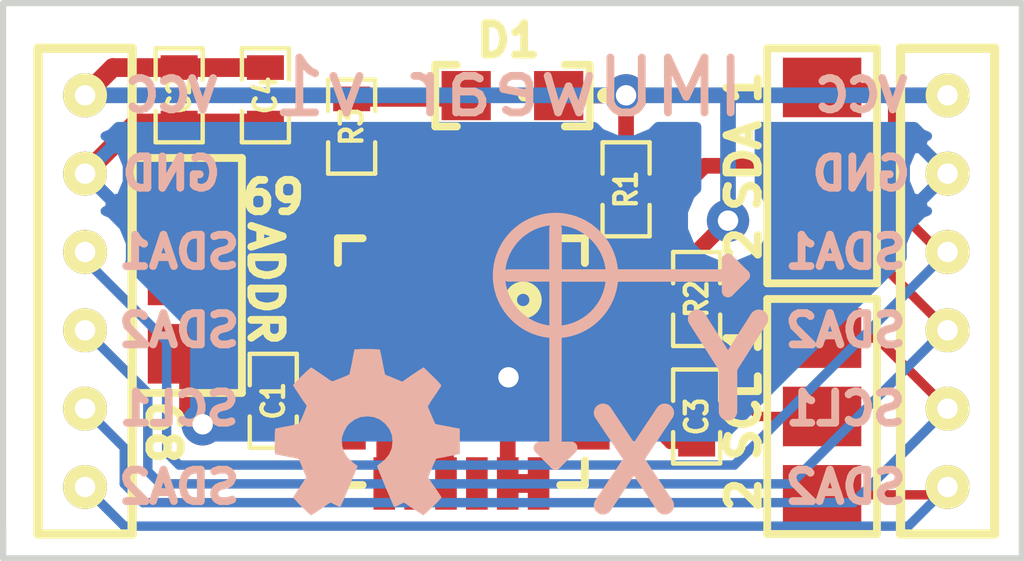
<source format=kicad_pcb>
(kicad_pcb (version 3) (host pcbnew "(2013-07-07 BZR 4022)-stable")

  (general
    (links 39)
    (no_connects 0)
    (area 188.28973 137.5791 210.36327 152.4889)
    (thickness 1.6)
    (drawings 43)
    (tracks 114)
    (zones 0)
    (modules 15)
    (nets 13)
  )

  (page A3)
  (layers
    (15 F.Cu signal hide)
    (0 B.Cu signal hide)
    (16 B.Adhes user hide)
    (17 F.Adhes user hide)
    (18 B.Paste user hide)
    (19 F.Paste user)
    (20 B.SilkS user)
    (21 F.SilkS user)
    (22 B.Mask user)
    (23 F.Mask user)
    (24 Dwgs.User user hide)
    (25 Cmts.User user hide)
    (26 Eco1.User user hide)
    (27 Eco2.User user hide)
    (28 Edge.Cuts user)
  )

  (setup
    (last_trace_width 0.1524)
    (user_trace_width 0.1524)
    (user_trace_width 0.254)
    (user_trace_width 0.3048)
    (trace_clearance 0.1524)
    (zone_clearance 0.3048)
    (zone_45_only no)
    (trace_min 0.1524)
    (segment_width 0.2)
    (edge_width 0.1)
    (via_size 0.6858)
    (via_drill 0.3302)
    (via_min_size 0.6858)
    (via_min_drill 0.3302)
    (user_via 0.6858 0.3302)
    (uvia_size 0.508)
    (uvia_drill 0.127)
    (uvias_allowed no)
    (uvia_min_size 0.508)
    (uvia_min_drill 0.127)
    (pcb_text_width 0.3)
    (pcb_text_size 1.5 1.5)
    (mod_edge_width 0.127)
    (mod_text_size 1 1)
    (mod_text_width 0.15)
    (pad_size 0.85 0.35)
    (pad_drill 0)
    (pad_to_mask_clearance 0.0127)
    (pad_to_paste_clearance -0.0635)
    (aux_axis_origin 0 0)
    (visible_elements 7FFFFFFF)
    (pcbplotparams
      (layerselection 524288)
      (usegerberextensions false)
      (excludeedgelayer true)
      (linewidth 0.020000)
      (plotframeref false)
      (viasonmask false)
      (mode 1)
      (useauxorigin false)
      (hpglpennumber 1)
      (hpglpenspeed 20)
      (hpglpendiameter 15)
      (hpglpenoverlay 2)
      (psnegative false)
      (psa4output false)
      (plotreference true)
      (plotvalue true)
      (plotothertext true)
      (plotinvisibletext false)
      (padsonsilk false)
      (subtractmaskfromsilk false)
      (outputformat 1)
      (mirror false)
      (drillshape 0)
      (scaleselection 1)
      (outputdirectory Gerbers/))
  )

  (net 0 "")
  (net 1 /ADDR)
  (net 2 /SCL)
  (net 3 /SCL1)
  (net 4 /SCL2)
  (net 5 /SDA)
  (net 6 /SDA1)
  (net 7 /SDA2)
  (net 8 /VCC)
  (net 9 GND)
  (net 10 N-0000010)
  (net 11 N-0000014)
  (net 12 N-0000015)

  (net_class Default "This is the default net class."
    (clearance 0.1524)
    (trace_width 0.1524)
    (via_dia 0.6858)
    (via_drill 0.3302)
    (uvia_dia 0.508)
    (uvia_drill 0.127)
    (add_net "")
    (add_net /ADDR)
    (add_net /SCL1)
    (add_net /SCL2)
    (add_net /SDA1)
    (add_net /SDA2)
    (add_net N-0000010)
    (add_net N-0000014)
    (add_net N-0000015)
  )

  (net_class Power ""
    (clearance 0.1524)
    (trace_width 0.254)
    (via_dia 0.6858)
    (via_drill 0.3302)
    (uvia_dia 0.508)
    (uvia_drill 0.127)
    (add_net /VCC)
    (add_net GND)
  )

  (net_class Signal ""
    (clearance 0.1524)
    (trace_width 0.1524)
    (via_dia 0.6858)
    (via_drill 0.3302)
    (uvia_dia 0.508)
    (uvia_drill 0.127)
    (add_net /SCL)
    (add_net /SDA)
  )

  (module GS3 (layer F.Cu) (tedit 5359FC85) (tstamp 53585680)
    (at 204.851 143.383)
    (descr "Pontet Goute de soudure")
    (path /5355A869)
    (attr virtual)
    (fp_text reference GS2 (at 1.016 -4.318 90) (layer F.SilkS) hide
      (effects (font (size 1.016 0.762) (thickness 0.127)))
    )
    (fp_text value GS3 (at -0.254 -4.064 90) (layer F.SilkS) hide
      (effects (font (size 0.762 0.762) (thickness 0.127)))
    )
    (fp_line (start -0.889 -1.905) (end -0.889 1.905) (layer F.SilkS) (width 0.127))
    (fp_line (start -0.889 1.905) (end 0.889 1.905) (layer F.SilkS) (width 0.127))
    (fp_line (start 0.889 1.905) (end 0.889 -1.905) (layer F.SilkS) (width 0.127))
    (fp_line (start -0.889 -1.905) (end 0.889 -1.905) (layer F.SilkS) (width 0.127))
    (pad 1 smd rect (at 0 -1.27) (size 1.27 0.9652)
      (layers F.Cu F.Paste F.Mask)
      (net 6 /SDA1)
    )
    (pad 2 smd rect (at 0 0) (size 1.27 0.9652)
      (layers F.Cu F.Paste F.Mask)
      (net 5 /SDA)
    )
    (pad 3 smd rect (at 0 1.27) (size 1.27 0.9652)
      (layers F.Cu F.Paste F.Mask)
      (net 7 /SDA2)
    )
  )

  (module GS3 (layer F.Cu) (tedit 5359EC41) (tstamp 5358568C)
    (at 204.851 147.447)
    (descr "Pontet Goute de soudure")
    (path /5355A8A1)
    (attr virtual)
    (fp_text reference GS3 (at -0.508 3.556 90) (layer F.SilkS) hide
      (effects (font (size 1.016 0.762) (thickness 0.127)))
    )
    (fp_text value GS3 (at 1.016 3.556 90) (layer F.SilkS) hide
      (effects (font (size 0.762 0.762) (thickness 0.127)))
    )
    (fp_line (start -0.889 -1.905) (end -0.889 1.905) (layer F.SilkS) (width 0.127))
    (fp_line (start -0.889 1.905) (end 0.889 1.905) (layer F.SilkS) (width 0.127))
    (fp_line (start 0.889 1.905) (end 0.889 -1.905) (layer F.SilkS) (width 0.127))
    (fp_line (start -0.889 -1.905) (end 0.889 -1.905) (layer F.SilkS) (width 0.127))
    (pad 1 smd rect (at 0 -1.27) (size 1.27 0.9652)
      (layers F.Cu F.Paste F.Mask)
      (net 3 /SCL1)
    )
    (pad 2 smd rect (at 0 0) (size 1.27 0.9652)
      (layers F.Cu F.Paste F.Mask)
      (net 2 /SCL)
    )
    (pad 3 smd rect (at 0 1.27) (size 1.27 0.9652)
      (layers F.Cu F.Paste F.Mask)
      (net 4 /SCL2)
    )
  )

  (module SM0402_c (layer F.Cu) (tedit 5358694D) (tstamp 53585E41)
    (at 195.961 147.193 270)
    (path /53532F9E)
    (attr smd)
    (fp_text reference C1 (at 0 0 270) (layer F.SilkS)
      (effects (font (size 0.35052 0.3048) (thickness 0.07112)))
    )
    (fp_text value 0.1uF (at 1.27 0 360) (layer F.SilkS) hide
      (effects (font (size 0.35052 0.3048) (thickness 0.07112)))
    )
    (fp_line (start -0.254 -0.381) (end -0.762 -0.381) (layer F.SilkS) (width 0.07112))
    (fp_line (start -0.762 -0.381) (end -0.762 0.381) (layer F.SilkS) (width 0.07112))
    (fp_line (start -0.762 0.381) (end -0.254 0.381) (layer F.SilkS) (width 0.07112))
    (fp_line (start 0.254 -0.381) (end 0.762 -0.381) (layer F.SilkS) (width 0.07112))
    (fp_line (start 0.762 -0.381) (end 0.762 0.381) (layer F.SilkS) (width 0.07112))
    (fp_line (start 0.762 0.381) (end 0.254 0.381) (layer F.SilkS) (width 0.07112))
    (pad 1 smd rect (at -0.44958 0 270) (size 0.39878 0.59944)
      (layers F.Cu F.Paste F.Mask)
      (net 11 N-0000014)
    )
    (pad 2 smd rect (at 0.44958 0 270) (size 0.39878 0.59944)
      (layers F.Cu F.Paste F.Mask)
      (net 9 GND)
    )
    (model smd/capacitors/C0402.wrl
      (at (xyz 0 0 0))
      (scale (xyz 0.27 0.27 0.27))
      (rotate (xyz 0 0 0))
    )
  )

  (module SM0402_c (layer F.Cu) (tedit 516FD0AE) (tstamp 5355CD5A)
    (at 202.819 147.447 90)
    (path /53532FAD)
    (attr smd)
    (fp_text reference C3 (at 0 0 90) (layer F.SilkS)
      (effects (font (size 0.35052 0.3048) (thickness 0.07112)))
    )
    (fp_text value 2.2nF (at 0.09906 0 90) (layer F.SilkS) hide
      (effects (font (size 0.35052 0.3048) (thickness 0.07112)))
    )
    (fp_line (start -0.254 -0.381) (end -0.762 -0.381) (layer F.SilkS) (width 0.07112))
    (fp_line (start -0.762 -0.381) (end -0.762 0.381) (layer F.SilkS) (width 0.07112))
    (fp_line (start -0.762 0.381) (end -0.254 0.381) (layer F.SilkS) (width 0.07112))
    (fp_line (start 0.254 -0.381) (end 0.762 -0.381) (layer F.SilkS) (width 0.07112))
    (fp_line (start 0.762 -0.381) (end 0.762 0.381) (layer F.SilkS) (width 0.07112))
    (fp_line (start 0.762 0.381) (end 0.254 0.381) (layer F.SilkS) (width 0.07112))
    (pad 1 smd rect (at -0.44958 0 90) (size 0.39878 0.59944)
      (layers F.Cu F.Paste F.Mask)
      (net 12 N-0000015)
    )
    (pad 2 smd rect (at 0.44958 0 90) (size 0.39878 0.59944)
      (layers F.Cu F.Paste F.Mask)
      (net 9 GND)
    )
    (model smd/capacitors/C0402.wrl
      (at (xyz 0 0 0))
      (scale (xyz 0.27 0.27 0.27))
      (rotate (xyz 0 0 0))
    )
  )

  (module SM0402_c (layer F.Cu) (tedit 516FD0AE) (tstamp 5358506E)
    (at 194.437 142.24 90)
    (path /5353310C)
    (attr smd)
    (fp_text reference C2 (at 0 0 90) (layer F.SilkS)
      (effects (font (size 0.35052 0.3048) (thickness 0.07112)))
    )
    (fp_text value 0.1uF (at 0.09906 0 90) (layer F.SilkS) hide
      (effects (font (size 0.35052 0.3048) (thickness 0.07112)))
    )
    (fp_line (start -0.254 -0.381) (end -0.762 -0.381) (layer F.SilkS) (width 0.07112))
    (fp_line (start -0.762 -0.381) (end -0.762 0.381) (layer F.SilkS) (width 0.07112))
    (fp_line (start -0.762 0.381) (end -0.254 0.381) (layer F.SilkS) (width 0.07112))
    (fp_line (start 0.254 -0.381) (end 0.762 -0.381) (layer F.SilkS) (width 0.07112))
    (fp_line (start 0.762 -0.381) (end 0.762 0.381) (layer F.SilkS) (width 0.07112))
    (fp_line (start 0.762 0.381) (end 0.254 0.381) (layer F.SilkS) (width 0.07112))
    (pad 1 smd rect (at -0.44958 0 90) (size 0.39878 0.59944)
      (layers F.Cu F.Paste F.Mask)
      (net 9 GND)
    )
    (pad 2 smd rect (at 0.44958 0 90) (size 0.39878 0.59944)
      (layers F.Cu F.Paste F.Mask)
      (net 8 /VCC)
    )
    (model smd/capacitors/C0402.wrl
      (at (xyz 0 0 0))
      (scale (xyz 0.27 0.27 0.27))
      (rotate (xyz 0 0 0))
    )
  )

  (module SM0402_c (layer F.Cu) (tedit 516FD0AE) (tstamp 5355DED2)
    (at 195.834 142.24 90)
    (path /53559FB8)
    (attr smd)
    (fp_text reference C4 (at 0 0 90) (layer F.SilkS)
      (effects (font (size 0.35052 0.3048) (thickness 0.07112)))
    )
    (fp_text value 10nF (at 0.09906 0 90) (layer F.SilkS) hide
      (effects (font (size 0.35052 0.3048) (thickness 0.07112)))
    )
    (fp_line (start -0.254 -0.381) (end -0.762 -0.381) (layer F.SilkS) (width 0.07112))
    (fp_line (start -0.762 -0.381) (end -0.762 0.381) (layer F.SilkS) (width 0.07112))
    (fp_line (start -0.762 0.381) (end -0.254 0.381) (layer F.SilkS) (width 0.07112))
    (fp_line (start 0.254 -0.381) (end 0.762 -0.381) (layer F.SilkS) (width 0.07112))
    (fp_line (start 0.762 -0.381) (end 0.762 0.381) (layer F.SilkS) (width 0.07112))
    (fp_line (start 0.762 0.381) (end 0.254 0.381) (layer F.SilkS) (width 0.07112))
    (pad 1 smd rect (at -0.44958 0 90) (size 0.39878 0.59944)
      (layers F.Cu F.Paste F.Mask)
      (net 9 GND)
    )
    (pad 2 smd rect (at 0.44958 0 90) (size 0.39878 0.59944)
      (layers F.Cu F.Paste F.Mask)
      (net 8 /VCC)
    )
    (model smd/capacitors/C0402.wrl
      (at (xyz 0 0 0))
      (scale (xyz 0.27 0.27 0.27))
      (rotate (xyz 0 0 0))
    )
  )

  (module SM0402_r (layer F.Cu) (tedit 5141C458) (tstamp 5355CD7C)
    (at 201.676 143.764 270)
    (path /53533027)
    (attr smd)
    (fp_text reference R1 (at 0 0 270) (layer F.SilkS)
      (effects (font (size 0.35052 0.3048) (thickness 0.07112)))
    )
    (fp_text value 10K (at 0.09906 0 270) (layer F.SilkS) hide
      (effects (font (size 0.35052 0.3048) (thickness 0.07112)))
    )
    (fp_line (start -0.254 -0.381) (end -0.762 -0.381) (layer F.SilkS) (width 0.07112))
    (fp_line (start -0.762 -0.381) (end -0.762 0.381) (layer F.SilkS) (width 0.07112))
    (fp_line (start -0.762 0.381) (end -0.254 0.381) (layer F.SilkS) (width 0.07112))
    (fp_line (start 0.254 -0.381) (end 0.762 -0.381) (layer F.SilkS) (width 0.07112))
    (fp_line (start 0.762 -0.381) (end 0.762 0.381) (layer F.SilkS) (width 0.07112))
    (fp_line (start 0.762 0.381) (end 0.254 0.381) (layer F.SilkS) (width 0.07112))
    (pad 1 smd rect (at -0.44958 0 270) (size 0.39878 0.59944)
      (layers F.Cu F.Paste F.Mask)
      (net 8 /VCC)
    )
    (pad 2 smd rect (at 0.44958 0 270) (size 0.39878 0.59944)
      (layers F.Cu F.Paste F.Mask)
      (net 5 /SDA)
    )
    (model smd/resistors/R0402.wrl
      (at (xyz 0 0 0))
      (scale (xyz 0.27 0.27 0.27))
      (rotate (xyz 0 0 0))
    )
  )

  (module SM0402_r (layer F.Cu) (tedit 5141C458) (tstamp 5355CD86)
    (at 202.819 145.542 270)
    (path /53533036)
    (attr smd)
    (fp_text reference R2 (at 0 0 270) (layer F.SilkS)
      (effects (font (size 0.35052 0.3048) (thickness 0.07112)))
    )
    (fp_text value 10K (at 0.09906 0 270) (layer F.SilkS) hide
      (effects (font (size 0.35052 0.3048) (thickness 0.07112)))
    )
    (fp_line (start -0.254 -0.381) (end -0.762 -0.381) (layer F.SilkS) (width 0.07112))
    (fp_line (start -0.762 -0.381) (end -0.762 0.381) (layer F.SilkS) (width 0.07112))
    (fp_line (start -0.762 0.381) (end -0.254 0.381) (layer F.SilkS) (width 0.07112))
    (fp_line (start 0.254 -0.381) (end 0.762 -0.381) (layer F.SilkS) (width 0.07112))
    (fp_line (start 0.762 -0.381) (end 0.762 0.381) (layer F.SilkS) (width 0.07112))
    (fp_line (start 0.762 0.381) (end 0.254 0.381) (layer F.SilkS) (width 0.07112))
    (pad 1 smd rect (at -0.44958 0 270) (size 0.39878 0.59944)
      (layers F.Cu F.Paste F.Mask)
      (net 8 /VCC)
    )
    (pad 2 smd rect (at 0.44958 0 270) (size 0.39878 0.59944)
      (layers F.Cu F.Paste F.Mask)
      (net 2 /SCL)
    )
    (model smd/resistors/R0402.wrl
      (at (xyz 0 0 0))
      (scale (xyz 0.27 0.27 0.27))
      (rotate (xyz 0 0 0))
    )
  )

  (module SM0402_r (layer F.Cu) (tedit 5141C458) (tstamp 53586A6C)
    (at 197.231 142.748 270)
    (path /5355AA78)
    (attr smd)
    (fp_text reference R3 (at 0 0 270) (layer F.SilkS)
      (effects (font (size 0.35052 0.3048) (thickness 0.07112)))
    )
    (fp_text value 33 (at 0.09906 0 270) (layer F.SilkS) hide
      (effects (font (size 0.35052 0.3048) (thickness 0.07112)))
    )
    (fp_line (start -0.254 -0.381) (end -0.762 -0.381) (layer F.SilkS) (width 0.07112))
    (fp_line (start -0.762 -0.381) (end -0.762 0.381) (layer F.SilkS) (width 0.07112))
    (fp_line (start -0.762 0.381) (end -0.254 0.381) (layer F.SilkS) (width 0.07112))
    (fp_line (start 0.254 -0.381) (end 0.762 -0.381) (layer F.SilkS) (width 0.07112))
    (fp_line (start 0.762 -0.381) (end 0.762 0.381) (layer F.SilkS) (width 0.07112))
    (fp_line (start 0.762 0.381) (end 0.254 0.381) (layer F.SilkS) (width 0.07112))
    (pad 1 smd rect (at -0.44958 0 270) (size 0.39878 0.59944)
      (layers F.Cu F.Paste F.Mask)
      (net 10 N-0000010)
    )
    (pad 2 smd rect (at 0.44958 0 270) (size 0.39878 0.59944)
      (layers F.Cu F.Paste F.Mask)
      (net 9 GND)
    )
    (model smd/resistors/R0402.wrl
      (at (xyz 0 0 0))
      (scale (xyz 0.27 0.27 0.27))
      (rotate (xyz 0 0 0))
    )
  )

  (module SIL-6-MINIMUM (layer F.Cu) (tedit 5359EC1C) (tstamp 5358569B)
    (at 206.883 145.415 270)
    (descr "Connecteur 6 pins")
    (tags "CONN DEV")
    (path /53533292)
    (fp_text reference P1 (at 3.556 -2.413 270) (layer F.SilkS) hide
      (effects (font (size 1.72974 0.5) (thickness 0.1)))
    )
    (fp_text value CONN_6 (at 0 -2.286 270) (layer F.SilkS) hide
      (effects (font (size 1.524 1.016) (thickness 0.3048)))
    )
    (fp_line (start -3.937 -0.762) (end -3.937 0.762) (layer F.SilkS) (width 0.15))
    (fp_line (start -3.937 0.762) (end 3.937 0.762) (layer F.SilkS) (width 0.15))
    (fp_line (start 3.937 0.762) (end 3.937 -0.762) (layer F.SilkS) (width 0.15))
    (fp_line (start 3.937 -0.762) (end -3.937 -0.762) (layer F.SilkS) (width 0.15))
    (pad 1 thru_hole circle (at -3.175 0 270) (size 0.7112 0.7112) (drill 0.3302)
      (layers *.Cu *.Mask F.SilkS)
      (net 8 /VCC)
    )
    (pad 2 thru_hole circle (at -1.905 0 270) (size 0.7112 0.7112) (drill 0.3302)
      (layers *.Cu *.Mask F.SilkS)
      (net 9 GND)
    )
    (pad 3 thru_hole circle (at -0.635 0 270) (size 0.7112 0.7112) (drill 0.3302)
      (layers *.Cu *.Mask F.SilkS)
      (net 6 /SDA1)
    )
    (pad 4 thru_hole circle (at 0.635 0 270) (size 0.7112 0.7112) (drill 0.3302)
      (layers *.Cu *.Mask F.SilkS)
      (net 7 /SDA2)
    )
    (pad 5 thru_hole circle (at 1.905 0 270) (size 0.7112 0.7112) (drill 0.3302)
      (layers *.Cu *.Mask F.SilkS)
      (net 3 /SCL1)
    )
    (pad 6 thru_hole circle (at 3.175 0 270) (size 0.7112 0.7112) (drill 0.3302)
      (layers *.Cu *.Mask F.SilkS)
      (net 4 /SCL2)
    )
  )

  (module SIL-6-MINIMUM (layer F.Cu) (tedit 5359FC80) (tstamp 5355DEC5)
    (at 192.913 145.415 270)
    (descr "Connecteur 6 pins")
    (tags "CONN DEV")
    (path /5355C8C9)
    (fp_text reference P2 (at -0.254 3.556 270) (layer F.SilkS) hide
      (effects (font (size 1.72974 0.5) (thickness 0.1)))
    )
    (fp_text value CONN_6 (at -0.508 2.286 270) (layer F.SilkS) hide
      (effects (font (size 1.524 1.016) (thickness 0.3048)))
    )
    (fp_line (start -3.937 -0.762) (end -3.937 0.762) (layer F.SilkS) (width 0.15))
    (fp_line (start -3.937 0.762) (end 3.937 0.762) (layer F.SilkS) (width 0.15))
    (fp_line (start 3.937 0.762) (end 3.937 -0.762) (layer F.SilkS) (width 0.15))
    (fp_line (start 3.937 -0.762) (end -3.937 -0.762) (layer F.SilkS) (width 0.15))
    (pad 1 thru_hole circle (at -3.175 0 270) (size 0.7112 0.7112) (drill 0.3302)
      (layers *.Cu *.Mask F.SilkS)
      (net 8 /VCC)
    )
    (pad 2 thru_hole circle (at -1.905 0 270) (size 0.7112 0.7112) (drill 0.3302)
      (layers *.Cu *.Mask F.SilkS)
      (net 9 GND)
    )
    (pad 3 thru_hole circle (at -0.635 0 270) (size 0.7112 0.7112) (drill 0.3302)
      (layers *.Cu *.Mask F.SilkS)
      (net 6 /SDA1)
    )
    (pad 4 thru_hole circle (at 0.635 0 270) (size 0.7112 0.7112) (drill 0.3302)
      (layers *.Cu *.Mask F.SilkS)
      (net 7 /SDA2)
    )
    (pad 5 thru_hole circle (at 1.905 0 270) (size 0.7112 0.7112) (drill 0.3302)
      (layers *.Cu *.Mask F.SilkS)
      (net 3 /SCL1)
    )
    (pad 6 thru_hole circle (at 3.175 0 270) (size 0.7112 0.7112) (drill 0.3302)
      (layers *.Cu *.Mask F.SilkS)
      (net 4 /SCL2)
    )
  )

  (module MPU9150_SMALL_KEEPOUT (layer F.Cu) (tedit 535A03EB) (tstamp 535FDB29)
    (at 199.009 146.558 270)
    (path /53532ED5)
    (fp_text reference U1 (at -3.175 0.508 270) (layer F.SilkS) hide
      (effects (font (size 1 1) (thickness 0.2)))
    )
    (fp_text value MPU_9150 (at 4.191 -0.508 360) (layer F.SilkS) hide
      (effects (font (size 1 1) (thickness 0.2)))
    )
    (fp_line (start -2 2) (end -1.6 2) (layer F.SilkS) (width 0.127))
    (fp_line (start 2 2) (end 1.6 2) (layer F.SilkS) (width 0.127))
    (fp_line (start 2 2) (end 2 1.6) (layer F.SilkS) (width 0.127))
    (fp_line (start -2 2) (end -2 1.6) (layer F.SilkS) (width 0.127))
    (fp_line (start -2 -2) (end -2 -1.6) (layer F.SilkS) (width 0.127))
    (fp_line (start 2 -2) (end 2 -1.6) (layer F.SilkS) (width 0.127))
    (fp_line (start 2 -2) (end 1.6 -2) (layer F.SilkS) (width 0.127))
    (fp_line (start -2 -2) (end -1.6 -2) (layer F.SilkS) (width 0.127))
    (fp_circle (center -1 -1) (end -1 -1.2) (layer F.SilkS) (width 0.2))
    (pad 1 smd rect (at -1.975 -1.25 270) (size 0.85 0.35)
      (layers F.Cu F.Paste F.Mask)
      (net 9 GND)
      (clearance 0.0762)
    )
    (pad 2 smd rect (at -1.975 -0.75 270) (size 0.85 0.35)
      (layers F.Cu F.Paste F.Mask)
      (clearance 0.0762)
    )
    (pad 3 smd rect (at -1.975 -0.25 270) (size 0.85 0.35)
      (layers F.Cu F.Paste F.Mask)
      (net 8 /VCC)
      (clearance 0.0762)
    )
    (pad 4 smd rect (at -1.975 0.25 270) (size 0.85 0.35)
      (layers F.Cu F.Paste F.Mask)
      (clearance 0.0762)
    )
    (pad 5 smd rect (at -1.975 0.75 270) (size 0.85 0.35)
      (layers F.Cu F.Paste F.Mask)
      (clearance 0.0762)
    )
    (pad 6 smd rect (at -1.975 1.25 270) (size 0.85 0.35)
      (layers F.Cu F.Paste F.Mask)
      (clearance 0.0762)
    )
    (pad 13 smd rect (at 1.975 1.25 270) (size 0.85 0.35)
      (layers F.Cu F.Paste F.Mask)
      (net 8 /VCC)
      (clearance 0.0762)
    )
    (pad 14 smd rect (at 1.975 0.75 270) (size 0.85 0.35)
      (layers F.Cu F.Paste F.Mask)
      (clearance 0.0762)
    )
    (pad 15 smd rect (at 1.975 0.25 270) (size 0.85 0.35)
      (layers F.Cu F.Paste F.Mask)
      (net 9 GND)
      (clearance 0.0762)
    )
    (pad 16 smd rect (at 1.975 -0.25 270) (size 0.85 0.35)
      (layers F.Cu F.Paste F.Mask)
      (clearance 0.0762)
    )
    (pad 17 smd rect (at 1.975 -0.75 270) (size 0.85 0.35)
      (layers F.Cu F.Paste F.Mask)
      (net 9 GND)
      (clearance 0.0762)
    )
    (pad 18 smd rect (at 1.975 -1.25 270) (size 0.85 0.35)
      (layers F.Cu F.Paste F.Mask)
      (net 9 GND)
      (clearance 0.0762)
    )
    (pad 7 smd rect (at -1.25 1.975 270) (size 0.35 0.85)
      (layers F.Cu F.Paste F.Mask)
      (clearance 0.0762)
    )
    (pad 8 smd rect (at -0.75 1.975 270) (size 0.35 0.85)
      (layers F.Cu F.Paste F.Mask)
      (net 8 /VCC)
      (clearance 0.0762)
    )
    (pad 9 smd rect (at -0.25 1.975 270) (size 0.35 0.85)
      (layers F.Cu F.Paste F.Mask)
      (net 1 /ADDR)
      (clearance 0.0762)
    )
    (pad 10 smd rect (at 0.25 1.975 270) (size 0.35 0.85)
      (layers F.Cu F.Paste F.Mask)
      (net 11 N-0000014)
      (clearance 0.0762)
    )
    (pad 11 smd rect (at 0.75 1.975 270) (size 0.35 0.85)
      (layers F.Cu F.Paste F.Mask)
      (net 9 GND)
      (clearance 0.0762)
    )
    (pad 12 smd rect (at 1.25 1.975 270) (size 0.35 0.85)
      (layers F.Cu F.Paste F.Mask)
      (clearance 0.0762)
    )
    (pad 19 smd rect (at 1.25 -1.975 270) (size 0.35 0.85)
      (layers F.Cu F.Paste F.Mask)
      (clearance 0.0762)
    )
    (pad 20 smd rect (at 0.75 -1.975 270) (size 0.35 0.85)
      (layers F.Cu F.Paste F.Mask)
      (net 12 N-0000015)
      (clearance 0.0762)
    )
    (pad 21 smd rect (at 0.25 -1.975 270) (size 0.35 0.85)
      (layers F.Cu F.Paste F.Mask)
      (clearance 0.0762)
    )
    (pad 22 smd rect (at -0.25 -1.975 270) (size 0.35 0.85)
      (layers F.Cu F.Paste F.Mask)
      (net 9 GND)
      (clearance 0.0762)
    )
    (pad 23 smd rect (at -0.75 -1.975 270) (size 0.35 0.85)
      (layers F.Cu F.Paste F.Mask)
      (net 2 /SCL)
      (clearance 0.0762)
    )
    (pad 24 smd rect (at -1.25 -1.975 270) (size 0.35 0.85)
      (layers F.Cu F.Paste F.Mask)
      (net 5 /SDA)
      (clearance 0.0762)
    )
    (model 3D/MPU9150.wrl
      (at (xyz 0 0 0))
      (scale (xyz 0.3937 0.3937 0.3937))
      (rotate (xyz 0 0 0))
    )
  )

  (module GS3 (layer F.Cu) (tedit 535A07DD) (tstamp 535FDB34)
    (at 194.564 145.161)
    (descr "Pontet Goute de soudure")
    (path /5355942D)
    (attr virtual)
    (fp_text reference GS1 (at 1.524 0 90) (layer F.SilkS) hide
      (effects (font (size 1.016 0.762) (thickness 0.127)))
    )
    (fp_text value GS3 (at 1.524 0 90) (layer F.SilkS) hide
      (effects (font (size 0.762 0.762) (thickness 0.127)))
    )
    (fp_line (start -0.889 -1.905) (end -0.889 1.905) (layer F.SilkS) (width 0.127))
    (fp_line (start -0.889 1.905) (end 0.889 1.905) (layer F.SilkS) (width 0.127))
    (fp_line (start 0.889 1.905) (end 0.889 -1.905) (layer F.SilkS) (width 0.127))
    (fp_line (start -0.889 -1.905) (end 0.889 -1.905) (layer F.SilkS) (width 0.127))
    (pad 1 smd rect (at 0 -1.27) (size 1.27 0.9652)
      (layers F.Cu F.Paste F.Mask)
      (net 8 /VCC)
    )
    (pad 2 smd rect (at 0 0) (size 1.27 0.9652)
      (layers F.Cu F.Paste F.Mask)
      (net 1 /ADDR)
    )
    (pad 3 smd rect (at 0 1.27) (size 1.27 0.9652)
      (layers F.Cu F.Paste F.Mask)
      (net 9 GND)
    )
  )

  (module LED-0603_fixedSilk (layer F.Cu) (tedit 535A0597) (tstamp 535861DB)
    (at 199.835 142.245 180)
    (descr "LED 0603 smd package")
    (tags "LED led 0603 SMD smd SMT smt smdled SMDLED smtled SMTLED")
    (path /5355A9A4)
    (attr smd)
    (fp_text reference D1 (at 0.064 0.894 180) (layer F.SilkS)
      (effects (font (size 0.508 0.508) (thickness 0.127)))
    )
    (fp_text value LED (at 0 1.016 180) (layer F.SilkS) hide
      (effects (font (size 0.508 0.508) (thickness 0.127)))
    )
    (fp_line (start -1.5 0) (end -1.5 0) (layer F.SilkS) (width 0.254))
    (fp_line (start -0.85 -0.5) (end -1.25 -0.5) (layer F.SilkS) (width 0.127))
    (fp_line (start -1.25 -0.5) (end -1.25 0.5) (layer F.SilkS) (width 0.127))
    (fp_line (start -1.25 0.5) (end -0.85 0.5) (layer F.SilkS) (width 0.127))
    (fp_line (start 1.25 -0.5) (end 1.25 0.5) (layer F.SilkS) (width 0.127))
    (fp_line (start 0.9 -0.5) (end 1.25 -0.5) (layer F.SilkS) (width 0.127))
    (fp_line (start 1.25 0.5) (end 0.9 0.5) (layer F.SilkS) (width 0.127))
    (pad 1 smd rect (at -0.7493 0 180) (size 0.79756 0.79756)
      (layers F.Cu F.Paste F.Mask)
      (net 8 /VCC)
    )
    (pad 2 smd rect (at 0.7493 0 180) (size 0.79756 0.79756)
      (layers F.Cu F.Paste F.Mask)
      (net 10 N-0000010)
    )
  )

  (module OSHW-logo_silkscreen-back_3mm (layer B.Cu) (tedit 0) (tstamp 535FE154)
    (at 197.485 147.701)
    (fp_text reference G*** (at 0 -1.59004) (layer B.SilkS) hide
      (effects (font (size 0.13462 0.13462) (thickness 0.0254)) (justify mirror))
    )
    (fp_text value OSHW-logo_silkscreen-back_3mm (at 0 1.59004) (layer B.SilkS) hide
      (effects (font (size 0.13462 0.13462) (thickness 0.0254)) (justify mirror))
    )
    (fp_poly (pts (xy 0.90932 1.3462) (xy 0.89154 1.33858) (xy 0.85852 1.31572) (xy 0.80772 1.2827)
      (xy 0.7493 1.2446) (xy 0.68834 1.20396) (xy 0.64008 1.17094) (xy 0.60452 1.14808)
      (xy 0.59182 1.14046) (xy 0.5842 1.143) (xy 0.55626 1.15824) (xy 0.51562 1.17856)
      (xy 0.49022 1.19126) (xy 0.45212 1.2065) (xy 0.43434 1.21158) (xy 0.4318 1.2065)
      (xy 0.41656 1.17602) (xy 0.39624 1.12776) (xy 0.3683 1.06172) (xy 0.33528 0.98552)
      (xy 0.29972 0.90424) (xy 0.2667 0.82042) (xy 0.23368 0.74168) (xy 0.2032 0.66802)
      (xy 0.18034 0.6096) (xy 0.1651 0.56896) (xy 0.15748 0.55118) (xy 0.16002 0.54864)
      (xy 0.1778 0.53086) (xy 0.21082 0.50546) (xy 0.28194 0.44704) (xy 0.35306 0.36068)
      (xy 0.39624 0.26162) (xy 0.40894 0.14986) (xy 0.39878 0.04826) (xy 0.35814 -0.04826)
      (xy 0.28956 -0.13716) (xy 0.20574 -0.2032) (xy 0.10922 -0.24384) (xy 0 -0.25654)
      (xy -0.10414 -0.24638) (xy -0.2032 -0.20574) (xy -0.2921 -0.1397) (xy -0.3302 -0.09652)
      (xy -0.381 -0.00508) (xy -0.41148 0.0889) (xy -0.41402 0.11176) (xy -0.40894 0.21844)
      (xy -0.37846 0.32004) (xy -0.32258 0.40894) (xy -0.24638 0.4826) (xy -0.23622 0.49022)
      (xy -0.20066 0.51816) (xy -0.17526 0.53594) (xy -0.15748 0.55118) (xy -0.2921 0.87376)
      (xy -0.31242 0.92456) (xy -0.35052 1.01346) (xy -0.381 1.08966) (xy -0.40894 1.15062)
      (xy -0.42672 1.19126) (xy -0.43434 1.2065) (xy -0.43434 1.2065) (xy -0.44704 1.20904)
      (xy -0.4699 1.20142) (xy -0.51562 1.17856) (xy -0.5461 1.16332) (xy -0.57912 1.14808)
      (xy -0.59436 1.14046) (xy -0.6096 1.14808) (xy -0.64262 1.1684) (xy -0.68834 1.20142)
      (xy -0.74676 1.23952) (xy -0.80264 1.27762) (xy -0.85344 1.31064) (xy -0.889 1.33604)
      (xy -0.90678 1.34366) (xy -0.90932 1.34366) (xy -0.9271 1.33604) (xy -0.95504 1.31064)
      (xy -0.99822 1.27) (xy -1.06172 1.20904) (xy -1.07188 1.19888) (xy -1.12268 1.14808)
      (xy -1.16332 1.10236) (xy -1.19126 1.07188) (xy -1.20142 1.05918) (xy -1.20142 1.05918)
      (xy -1.19126 1.0414) (xy -1.1684 1.0033) (xy -1.13538 0.9525) (xy -1.09474 0.89154)
      (xy -0.98806 0.7366) (xy -1.04648 0.59182) (xy -1.06426 0.5461) (xy -1.08712 0.49022)
      (xy -1.1049 0.45212) (xy -1.11252 0.43434) (xy -1.1303 0.42926) (xy -1.1684 0.4191)
      (xy -1.22682 0.40894) (xy -1.29794 0.39624) (xy -1.36398 0.38354) (xy -1.4224 0.37084)
      (xy -1.46558 0.36322) (xy -1.4859 0.36068) (xy -1.49098 0.3556) (xy -1.49352 0.34798)
      (xy -1.49606 0.32766) (xy -1.4986 0.28956) (xy -1.4986 0.23368) (xy -1.4986 0.14986)
      (xy -1.4986 0.14224) (xy -1.4986 0.0635) (xy -1.49606 0) (xy -1.49352 -0.0381)
      (xy -1.49098 -0.05588) (xy -1.49098 -0.05588) (xy -1.4732 -0.06096) (xy -1.43002 -0.06858)
      (xy -1.3716 -0.08128) (xy -1.30048 -0.09398) (xy -1.2954 -0.09398) (xy -1.22428 -0.10922)
      (xy -1.16586 -0.12192) (xy -1.12268 -0.12954) (xy -1.1049 -0.13716) (xy -1.10236 -0.14224)
      (xy -1.08712 -0.17018) (xy -1.0668 -0.21336) (xy -1.04394 -0.2667) (xy -1.02108 -0.32258)
      (xy -1.00076 -0.37338) (xy -0.98806 -0.40894) (xy -0.98298 -0.42672) (xy -0.98298 -0.42672)
      (xy -0.99314 -0.4445) (xy -1.01854 -0.48006) (xy -1.0541 -0.53086) (xy -1.09474 -0.59182)
      (xy -1.09728 -0.5969) (xy -1.13792 -0.65786) (xy -1.17094 -0.70866) (xy -1.1938 -0.74422)
      (xy -1.20142 -0.75946) (xy -1.20142 -0.762) (xy -1.18872 -0.77978) (xy -1.15824 -0.8128)
      (xy -1.11252 -0.85852) (xy -1.06172 -0.91186) (xy -1.04394 -0.9271) (xy -0.98552 -0.98552)
      (xy -0.94488 -1.02108) (xy -0.91948 -1.0414) (xy -0.90932 -1.04648) (xy -0.90678 -1.04648)
      (xy -0.889 -1.03632) (xy -0.8509 -1.01092) (xy -0.8001 -0.97536) (xy -0.73914 -0.93472)
      (xy -0.7366 -0.93218) (xy -0.67564 -0.89154) (xy -0.62484 -0.85598) (xy -0.58928 -0.83312)
      (xy -0.57404 -0.8255) (xy -0.5715 -0.8255) (xy -0.54864 -0.83058) (xy -0.50546 -0.84582)
      (xy -0.45212 -0.86614) (xy -0.39624 -0.889) (xy -0.34544 -0.90932) (xy -0.30988 -0.9271)
      (xy -0.2921 -0.93726) (xy -0.28956 -0.93726) (xy -0.28448 -0.96012) (xy -0.27432 -1.00584)
      (xy -0.26162 -1.0668) (xy -0.24638 -1.14046) (xy -0.24384 -1.15062) (xy -0.23114 -1.22428)
      (xy -0.22098 -1.2827) (xy -0.21082 -1.32334) (xy -0.20828 -1.34112) (xy -0.19812 -1.34112)
      (xy -0.16256 -1.34366) (xy -0.10922 -1.3462) (xy -0.04318 -1.3462) (xy 0.02286 -1.3462)
      (xy 0.0889 -1.3462) (xy 0.14478 -1.34366) (xy 0.18542 -1.34112) (xy 0.2032 -1.33604)
      (xy 0.2032 -1.33604) (xy 0.20828 -1.31318) (xy 0.21844 -1.27) (xy 0.23114 -1.2065)
      (xy 0.24638 -1.13284) (xy 0.24892 -1.12014) (xy 0.26162 -1.04902) (xy 0.27432 -0.9906)
      (xy 0.28194 -0.94996) (xy 0.28702 -0.93472) (xy 0.2921 -0.93218) (xy 0.32258 -0.91694)
      (xy 0.37084 -0.89916) (xy 0.42926 -0.87376) (xy 0.56642 -0.81788) (xy 0.73406 -0.93472)
      (xy 0.7493 -0.94488) (xy 0.81026 -0.98552) (xy 0.86106 -1.01854) (xy 0.89662 -1.0414)
      (xy 0.90932 -1.04902) (xy 0.91186 -1.04902) (xy 0.9271 -1.03378) (xy 0.96012 -1.0033)
      (xy 1.00584 -0.95758) (xy 1.05918 -0.90678) (xy 1.09982 -0.86614) (xy 1.14554 -0.82042)
      (xy 1.17348 -0.7874) (xy 1.19126 -0.76708) (xy 1.19634 -0.75438) (xy 1.1938 -0.74676)
      (xy 1.18364 -0.72898) (xy 1.15824 -0.69342) (xy 1.12522 -0.64008) (xy 1.08458 -0.58166)
      (xy 1.04902 -0.53086) (xy 1.01346 -0.47498) (xy 0.9906 -0.43434) (xy 0.98044 -0.41656)
      (xy 0.98298 -0.4064) (xy 0.99568 -0.37338) (xy 1.016 -0.32512) (xy 1.0414 -0.26416)
      (xy 1.09982 -0.13208) (xy 1.18618 -0.1143) (xy 1.23952 -0.10414) (xy 1.31318 -0.09144)
      (xy 1.3843 -0.0762) (xy 1.49606 -0.05588) (xy 1.4986 0.34798) (xy 1.48082 0.3556)
      (xy 1.46558 0.36068) (xy 1.42494 0.37084) (xy 1.36652 0.381) (xy 1.29794 0.3937)
      (xy 1.23698 0.4064) (xy 1.17856 0.41656) (xy 1.13538 0.42418) (xy 1.1176 0.42926)
      (xy 1.11252 0.43434) (xy 1.09728 0.46482) (xy 1.07696 0.51054) (xy 1.0541 0.56388)
      (xy 1.0287 0.6223) (xy 1.00838 0.6731) (xy 0.99314 0.71374) (xy 0.98806 0.73406)
      (xy 0.99568 0.7493) (xy 1.01854 0.78486) (xy 1.05156 0.83566) (xy 1.0922 0.89408)
      (xy 1.13284 0.9525) (xy 1.16586 1.0033) (xy 1.19126 1.03886) (xy 1.19888 1.05664)
      (xy 1.1938 1.0668) (xy 1.17094 1.09474) (xy 1.12776 1.14046) (xy 1.06172 1.2065)
      (xy 1.04902 1.21666) (xy 0.99822 1.26746) (xy 0.9525 1.3081) (xy 0.92202 1.33604)
      (xy 0.90932 1.3462)) (layer B.SilkS) (width 0.00254))
  )

  (gr_line (start 200.025 142.24) (end 200.025 142.24) (angle 90) (layer F.SilkS) (width 0.2))
  (gr_text "IMUwear v1" (at 199.771 142.113) (layer B.SilkS)
    (effects (font (size 0.889 0.889) (thickness 0.127)) (justify mirror))
  )
  (gr_text "X\n" (at 201.803 148.209) (layer B.SilkS)
    (effects (font (size 1.5 1.5) (thickness 0.3)) (justify mirror))
  )
  (gr_text Y (at 203.327 146.685) (layer B.SilkS)
    (effects (font (size 1.5 1.5) (thickness 0.3)) (justify mirror))
  )
  (gr_line (start 200.533 145.161) (end 199.771 145.161) (angle 90) (layer B.SilkS) (width 0.2))
  (gr_line (start 200.533 144.399) (end 200.533 145.161) (angle 90) (layer B.SilkS) (width 0.2))
  (gr_line (start 200.533 145.161) (end 200.533 144.399) (angle 90) (layer B.SilkS) (width 0.2))
  (gr_circle (center 200.533 145.161) (end 201.295 145.669) (layer B.SilkS) (width 0.2))
  (gr_line (start 200.787 147.955) (end 200.533 148.209) (angle 90) (layer B.SilkS) (width 0.2))
  (gr_line (start 200.279 147.955) (end 200.787 147.955) (angle 90) (layer B.SilkS) (width 0.2))
  (gr_line (start 200.533 148.209) (end 200.279 147.955) (angle 90) (layer B.SilkS) (width 0.2))
  (gr_line (start 203.327 145.415) (end 203.581 145.161) (angle 90) (layer B.SilkS) (width 0.2))
  (gr_line (start 203.327 144.907) (end 203.327 145.415) (angle 90) (layer B.SilkS) (width 0.2))
  (gr_line (start 203.581 145.161) (end 203.327 144.907) (angle 90) (layer B.SilkS) (width 0.2))
  (gr_line (start 200.533 145.161) (end 200.533 148.209) (angle 90) (layer B.SilkS) (width 0.2))
  (gr_line (start 203.581 145.161) (end 200.533 145.161) (angle 90) (layer B.SilkS) (width 0.2))
  (gr_line (start 200.533 145.161) (end 203.581 145.161) (angle 90) (layer B.SilkS) (width 0.2))
  (gr_text SDA1 (at 205.232 144.78) (layer B.SilkS)
    (effects (font (size 0.508 0.508) (thickness 0.127)) (justify mirror))
  )
  (gr_text SDA2 (at 205.232 146.05) (layer B.SilkS)
    (effects (font (size 0.508 0.508) (thickness 0.127)) (justify mirror))
  )
  (gr_text SCL1 (at 205.232 147.32) (layer B.SilkS)
    (effects (font (size 0.508 0.508) (thickness 0.127)) (justify mirror))
  )
  (gr_text SDA2 (at 205.232 148.59) (layer B.SilkS)
    (effects (font (size 0.508 0.508) (thickness 0.127)) (justify mirror))
  )
  (gr_text GND (at 194.31 143.51) (layer B.SilkS)
    (effects (font (size 0.508 0.508) (thickness 0.127)) (justify mirror))
  )
  (gr_text "VCC\n" (at 194.31 142.24) (layer B.SilkS)
    (effects (font (size 0.508 0.508) (thickness 0.127)) (justify mirror))
  )
  (gr_text SDA2 (at 194.437 148.59) (layer B.SilkS)
    (effects (font (size 0.508 0.508) (thickness 0.127)) (justify mirror))
  )
  (gr_text SCL1 (at 194.437 147.32) (layer B.SilkS)
    (effects (font (size 0.508 0.508) (thickness 0.127)) (justify mirror))
  )
  (gr_text SDA2 (at 194.437 146.05) (layer B.SilkS)
    (effects (font (size 0.508 0.508) (thickness 0.127)) (justify mirror))
  )
  (gr_text SDA1 (at 194.437 144.78) (layer B.SilkS)
    (effects (font (size 0.508 0.508) (thickness 0.127)) (justify mirror))
  )
  (gr_text GND (at 205.486 143.51) (layer B.SilkS)
    (effects (font (size 0.508 0.508) (thickness 0.127)) (justify mirror))
  )
  (gr_text "VCC\n" (at 205.486 142.24) (layer B.SilkS)
    (effects (font (size 0.508 0.508) (thickness 0.127)) (justify mirror))
  )
  (gr_text 2 (at 203.581 144.653 90) (layer F.SilkS)
    (effects (font (size 0.508 0.508) (thickness 0.127)))
  )
  (gr_text 1 (at 203.581 142.113 90) (layer F.SilkS)
    (effects (font (size 0.508 0.508) (thickness 0.127)))
  )
  (gr_text 1 (at 203.581 146.177 90) (layer F.SilkS)
    (effects (font (size 0.508 0.508) (thickness 0.127)))
  )
  (gr_text 2 (at 203.581 148.717 90) (layer F.SilkS)
    (effects (font (size 0.508 0.508) (thickness 0.127)))
  )
  (gr_text SCL (at 203.581 147.447 90) (layer F.SilkS)
    (effects (font (size 0.508 0.508) (thickness 0.127)))
  )
  (gr_text SDA (at 203.581 143.383 90) (layer F.SilkS)
    (effects (font (size 0.508 0.508) (thickness 0.127)))
  )
  (gr_text ADDR (at 195.834 145.288 270) (layer F.SilkS)
    (effects (font (size 0.508 0.508) (thickness 0.127)))
  )
  (gr_text 68 (at 194.183 147.701 270) (layer F.SilkS)
    (effects (font (size 0.508 0.508) (thickness 0.127)))
  )
  (gr_text 69 (at 195.961 143.891) (layer F.SilkS)
    (effects (font (size 0.508 0.508) (thickness 0.127)))
  )
  (gr_line (start 191.585 149.745) (end 191.585 149.245) (angle 90) (layer Edge.Cuts) (width 0.1))
  (gr_line (start 191.585 140.745) (end 191.585 149.745) (angle 90) (layer Edge.Cuts) (width 0.1))
  (gr_line (start 208.085 140.745) (end 191.585 140.745) (angle 90) (layer Edge.Cuts) (width 0.1))
  (gr_line (start 208.085 149.745) (end 208.085 140.745) (angle 90) (layer Edge.Cuts) (width 0.1))
  (gr_line (start 191.585 149.745) (end 208.085 149.745) (angle 90) (layer Edge.Cuts) (width 0.1))

  (segment (start 195.707 145.288) (end 195.58 145.161) (width 0.1524) (layer F.Cu) (net 1))
  (segment (start 195.707 145.669) (end 195.707 145.288) (width 0.1524) (layer F.Cu) (net 1) (tstamp 53586BEA))
  (segment (start 196.346 146.308) (end 195.707 145.669) (width 0.1524) (layer F.Cu) (net 1) (tstamp 53586BE7))
  (segment (start 197.034 146.308) (end 196.346 146.308) (width 0.1524) (layer F.Cu) (net 1))
  (segment (start 195.58 145.161) (end 194.564 145.161) (width 0.1524) (layer F.Cu) (net 1) (tstamp 53586FE2))
  (segment (start 204.851 147.447) (end 203.835 147.447) (width 0.1524) (layer F.Cu) (net 2))
  (segment (start 203.52258 145.99158) (end 202.819 145.99158) (width 0.1524) (layer F.Cu) (net 2) (tstamp 5358672C))
  (segment (start 203.708 146.177) (end 203.52258 145.99158) (width 0.1524) (layer F.Cu) (net 2) (tstamp 53586725))
  (segment (start 203.708 147.32) (end 203.708 146.177) (width 0.1524) (layer F.Cu) (net 2) (tstamp 53586724))
  (segment (start 203.835 147.447) (end 203.708 147.32) (width 0.1524) (layer F.Cu) (net 2) (tstamp 53586721))
  (segment (start 200.984 145.808) (end 202.63542 145.808) (width 0.1524) (layer F.Cu) (net 2))
  (segment (start 202.63542 145.808) (end 202.819 145.99158) (width 0.1524) (layer F.Cu) (net 2) (tstamp 535866E6))
  (segment (start 192.913 147.32) (end 193.548 147.955) (width 0.1524) (layer B.Cu) (net 3))
  (segment (start 205.359 148.844) (end 206.883 147.32) (width 0.1524) (layer B.Cu) (net 3) (tstamp 53586D46))
  (segment (start 193.852802 148.844) (end 205.359 148.844) (width 0.1524) (layer B.Cu) (net 3) (tstamp 53586D36))
  (segment (start 193.548 148.539198) (end 193.852802 148.844) (width 0.1524) (layer B.Cu) (net 3) (tstamp 53586D2F))
  (segment (start 193.548 147.955) (end 193.548 148.539198) (width 0.1524) (layer B.Cu) (net 3) (tstamp 53586D1D))
  (segment (start 206.883 147.32) (end 205.74 146.177) (width 0.1524) (layer F.Cu) (net 3))
  (segment (start 205.74 146.177) (end 204.851 146.177) (width 0.1524) (layer F.Cu) (net 3) (tstamp 535862C1))
  (segment (start 192.913 148.59) (end 193.548 149.225) (width 0.1524) (layer B.Cu) (net 4))
  (segment (start 206.248 149.225) (end 206.883 148.59) (width 0.1524) (layer B.Cu) (net 4) (tstamp 53586D0F))
  (segment (start 193.548 149.225) (end 206.248 149.225) (width 0.1524) (layer B.Cu) (net 4) (tstamp 53586CFE))
  (segment (start 206.883 148.59) (end 206.756 148.717) (width 0.1524) (layer F.Cu) (net 4))
  (segment (start 206.756 148.717) (end 204.851 148.717) (width 0.1524) (layer F.Cu) (net 4) (tstamp 535862CA))
  (segment (start 204.851 143.383) (end 202.946 143.383) (width 0.254) (layer F.Cu) (net 5))
  (segment (start 202.11542 144.21358) (end 201.676 144.21358) (width 0.254) (layer F.Cu) (net 5) (tstamp 53586B6F))
  (segment (start 202.946 143.383) (end 202.11542 144.21358) (width 0.254) (layer F.Cu) (net 5) (tstamp 53586B6D))
  (segment (start 201.676 144.21358) (end 201.676 144.616) (width 0.1524) (layer F.Cu) (net 5))
  (segment (start 201.676 144.616) (end 200.984 145.308) (width 0.1524) (layer F.Cu) (net 5) (tstamp 53586AC4))
  (segment (start 192.913 144.78) (end 192.913 144.907) (width 0.1524) (layer B.Cu) (net 6))
  (segment (start 203.428604 148.234396) (end 206.883 144.78) (width 0.1524) (layer B.Cu) (net 6) (tstamp 53586DBA))
  (segment (start 194.437 148.234396) (end 203.428604 148.234396) (width 0.1524) (layer B.Cu) (net 6) (tstamp 53586DB2))
  (segment (start 194.233802 148.031198) (end 194.437 148.234396) (width 0.1524) (layer B.Cu) (net 6) (tstamp 53586DB0))
  (segment (start 194.233802 146.227802) (end 194.233802 148.031198) (width 0.1524) (layer B.Cu) (net 6) (tstamp 53586DA5))
  (segment (start 192.913 144.907) (end 194.233802 146.227802) (width 0.1524) (layer B.Cu) (net 6) (tstamp 53586D9C))
  (segment (start 206.883 144.78) (end 206.756 144.78) (width 0.1524) (layer F.Cu) (net 6))
  (segment (start 205.74 142.113) (end 204.851 142.113) (width 0.1524) (layer F.Cu) (net 6) (tstamp 535862B1))
  (segment (start 205.994 142.367) (end 205.74 142.113) (width 0.1524) (layer F.Cu) (net 6) (tstamp 535862AF))
  (segment (start 205.994 144.018) (end 205.994 142.367) (width 0.1524) (layer F.Cu) (net 6) (tstamp 535862AD))
  (segment (start 206.756 144.78) (end 205.994 144.018) (width 0.1524) (layer F.Cu) (net 6) (tstamp 535862A7))
  (segment (start 206.883 146.05) (end 206.832198 146.05) (width 0.1524) (layer B.Cu) (net 7))
  (segment (start 193.929 147.066) (end 192.913 146.05) (width 0.1524) (layer B.Cu) (net 7) (tstamp 53586D70))
  (segment (start 193.929 148.336) (end 193.929 147.066) (width 0.1524) (layer B.Cu) (net 7) (tstamp 53586D6C))
  (segment (start 194.132198 148.539198) (end 193.929 148.336) (width 0.1524) (layer B.Cu) (net 7) (tstamp 53586D61))
  (segment (start 204.343 148.539198) (end 194.132198 148.539198) (width 0.1524) (layer B.Cu) (net 7) (tstamp 53586D60))
  (segment (start 206.832198 146.05) (end 204.343 148.539198) (width 0.1524) (layer B.Cu) (net 7) (tstamp 53586D50))
  (segment (start 206.883 146.05) (end 205.486 144.653) (width 0.1524) (layer F.Cu) (net 7))
  (segment (start 205.486 144.653) (end 204.851 144.653) (width 0.1524) (layer F.Cu) (net 7) (tstamp 535862B9))
  (segment (start 199.259 144.583) (end 199.259 145.292) (width 0.254) (layer F.Cu) (net 8))
  (segment (start 196.215 145.60226) (end 196.088 145.47526) (width 0.254) (layer F.Cu) (net 8))
  (segment (start 195.834 143.891) (end 194.564 143.891) (width 0.254) (layer F.Cu) (net 8) (tstamp 53587007))
  (segment (start 196.088 144.145) (end 195.834 143.891) (width 0.254) (layer F.Cu) (net 8) (tstamp 53587004))
  (segment (start 196.088 145.47526) (end 196.088 144.145) (width 0.254) (layer F.Cu) (net 8) (tstamp 53587000))
  (segment (start 196.42074 145.808) (end 196.215 145.60226) (width 0.254) (layer F.Cu) (net 8) (tstamp 53586BFF))
  (segment (start 196.215 145.60226) (end 196.215 145.60226) (width 0.254) (layer F.Cu) (net 8) (tstamp 53586FFE))
  (segment (start 197.034 145.808) (end 196.42074 145.808) (width 0.254) (layer F.Cu) (net 8))
  (segment (start 201.676 142.24) (end 192.913 142.24) (width 0.254) (layer B.Cu) (net 8))
  (segment (start 202.819 145.09242) (end 202.819 144.78) (width 0.254) (layer F.Cu) (net 8))
  (segment (start 203.327 144.272) (end 203.327 142.24) (width 0.254) (layer B.Cu) (net 8) (tstamp 53586BB2))
  (via (at 203.327 144.272) (size 0.6858) (layers F.Cu B.Cu) (net 8))
  (segment (start 202.819 144.78) (end 203.327 144.272) (width 0.254) (layer F.Cu) (net 8) (tstamp 53586BAB))
  (segment (start 197.034 145.808) (end 198.0184 145.808) (width 0.254) (layer F.Cu) (net 8))
  (segment (start 201.676 143.31442) (end 199.58558 143.31442) (width 0.254) (layer F.Cu) (net 8))
  (segment (start 198.743 145.808) (end 198.0184 145.808) (width 0.254) (layer F.Cu) (net 8) (tstamp 53586AF9))
  (segment (start 199.259 145.292) (end 198.743 145.808) (width 0.254) (layer F.Cu) (net 8) (tstamp 53586AEE))
  (segment (start 199.259 143.641) (end 199.259 145.292) (width 0.254) (layer F.Cu) (net 8) (tstamp 53586AED))
  (segment (start 199.58558 143.31442) (end 199.259 143.641) (width 0.254) (layer F.Cu) (net 8) (tstamp 53586AEA))
  (segment (start 201.676 142.24) (end 201.676 143.31442) (width 0.254) (layer F.Cu) (net 8))
  (segment (start 206.883 142.24) (end 203.327 142.24) (width 0.254) (layer B.Cu) (net 8))
  (segment (start 203.327 142.24) (end 201.676 142.24) (width 0.254) (layer B.Cu) (net 8) (tstamp 53586BB5))
  (segment (start 201.671 142.245) (end 200.5843 142.245) (width 0.254) (layer F.Cu) (net 8) (tstamp 53586AA8))
  (segment (start 201.676 142.24) (end 201.671 142.245) (width 0.254) (layer F.Cu) (net 8) (tstamp 53586AA7))
  (via (at 201.676 142.24) (size 0.6858) (layers F.Cu B.Cu) (net 8))
  (segment (start 197.759 148.533) (end 197.759 147.8842) (width 0.254) (layer F.Cu) (net 8))
  (segment (start 197.759 147.8842) (end 198.0184 147.6248) (width 0.254) (layer F.Cu) (net 8) (tstamp 535868C8))
  (segment (start 198.0184 147.6248) (end 198.0184 145.808) (width 0.254) (layer F.Cu) (net 8) (tstamp 535868D3))
  (segment (start 194.437 141.79042) (end 195.834 141.79042) (width 0.3048) (layer F.Cu) (net 8))
  (segment (start 192.913 142.24) (end 193.36258 141.79042) (width 0.3048) (layer F.Cu) (net 8))
  (segment (start 193.36258 141.79042) (end 194.437 141.79042) (width 0.3048) (layer F.Cu) (net 8) (tstamp 53586041))
  (segment (start 200.259 146.284) (end 200.259 146.324) (width 0.254) (layer F.Cu) (net 9))
  (segment (start 199.394 147.189) (end 199.771 146.812) (width 0.254) (layer F.Cu) (net 9) (tstamp 5358708A))
  (via (at 199.771 146.812) (size 0.6858) (layers F.Cu B.Cu) (net 9))
  (segment (start 199.394 147.189) (end 199.394 147.197) (width 0.254) (layer F.Cu) (net 9))
  (segment (start 200.259 146.324) (end 199.771 146.812) (width 0.254) (layer F.Cu) (net 9) (tstamp 53587092))
  (segment (start 194.818 147.574) (end 195.89242 147.574) (width 0.254) (layer F.Cu) (net 9))
  (segment (start 194.564 147.32) (end 194.818 147.574) (width 0.254) (layer F.Cu) (net 9) (tstamp 53587031))
  (via (at 194.818 147.574) (size 0.6858) (layers F.Cu B.Cu) (net 9))
  (segment (start 194.564 146.431) (end 194.564 147.32) (width 0.254) (layer F.Cu) (net 9))
  (segment (start 195.89242 147.574) (end 195.961 147.64258) (width 0.254) (layer F.Cu) (net 9) (tstamp 53587040))
  (segment (start 197.034 147.308) (end 196.29558 147.308) (width 0.254) (layer F.Cu) (net 9))
  (segment (start 196.29558 147.308) (end 195.961 147.64258) (width 0.254) (layer F.Cu) (net 9) (tstamp 53587022))
  (segment (start 200.259 144.583) (end 200.259 146.284) (width 0.254) (layer F.Cu) (net 9))
  (segment (start 200.259 146.284) (end 200.283 146.308) (width 0.254) (layer F.Cu) (net 9) (tstamp 53586B41))
  (segment (start 199.759 148.533) (end 199.759 147.562) (width 0.254) (layer F.Cu) (net 9))
  (segment (start 199.759 147.562) (end 199.394 147.197) (width 0.254) (layer F.Cu) (net 9) (tstamp 53586B3B))
  (segment (start 200.984 146.308) (end 200.283 146.308) (width 0.254) (layer F.Cu) (net 9))
  (segment (start 198.759 147.832) (end 198.759 148.533) (width 0.254) (layer F.Cu) (net 9) (tstamp 53586B35))
  (segment (start 199.394 147.197) (end 198.759 147.832) (width 0.254) (layer F.Cu) (net 9) (tstamp 53586B3F))
  (segment (start 202.819 146.99742) (end 202.49642 146.99742) (width 0.254) (layer F.Cu) (net 9))
  (segment (start 201.807 146.308) (end 200.984 146.308) (width 0.254) (layer F.Cu) (net 9) (tstamp 53586B1F))
  (segment (start 202.49642 146.99742) (end 201.807 146.308) (width 0.254) (layer F.Cu) (net 9) (tstamp 53586B18))
  (segment (start 199.759 148.533) (end 200.259 148.533) (width 0.3048) (layer F.Cu) (net 9))
  (segment (start 195.834 142.68958) (end 196.342 143.19758) (width 0.3048) (layer F.Cu) (net 9))
  (segment (start 196.342 143.19758) (end 197.231 143.19758) (width 0.3048) (layer F.Cu) (net 9) (tstamp 535861E2) (status 20))
  (segment (start 194.437 142.68958) (end 195.834 142.68958) (width 0.3048) (layer F.Cu) (net 9))
  (segment (start 192.913 143.51) (end 193.73342 142.68958) (width 0.3048) (layer F.Cu) (net 9))
  (segment (start 193.73342 142.68958) (end 194.437 142.68958) (width 0.3048) (layer F.Cu) (net 9) (tstamp 535861DD))
  (segment (start 197.231 142.29842) (end 199.03228 142.29842) (width 0.254) (layer F.Cu) (net 10))
  (segment (start 199.03228 142.29842) (end 199.0857 142.245) (width 0.254) (layer F.Cu) (net 10) (tstamp 53586A6F))
  (segment (start 197.034 146.808) (end 196.02558 146.808) (width 0.1524) (layer F.Cu) (net 11) (status 20))
  (segment (start 196.02558 146.808) (end 195.961 146.74342) (width 0.1524) (layer F.Cu) (net 11) (tstamp 53586F64) (status 30))
  (segment (start 200.984 147.308) (end 201.791 147.308) (width 0.1524) (layer F.Cu) (net 12))
  (segment (start 202.37958 147.89658) (end 202.819 147.89658) (width 0.1524) (layer F.Cu) (net 12) (tstamp 53586718))
  (segment (start 201.791 147.308) (end 202.37958 147.89658) (width 0.1524) (layer F.Cu) (net 12) (tstamp 53586717))

  (zone (net 9) (net_name GND) (layer B.Cu) (tstamp 53587118) (hatch edge 0.508)
    (connect_pads (clearance 0.3048))
    (min_thickness 0.1524)
    (fill (arc_segments 16) (thermal_gap 0.254) (thermal_bridge_width 0.2032))
    (polygon
      (pts
        (xy 207.391 149.225) (xy 192.405 149.225) (xy 192.405 142.24) (xy 207.391 142.24)
      )
    )
    (filled_polygon
      (pts
        (xy 206.933063 143.524142) (xy 206.897142 143.560063) (xy 206.883 143.545921) (xy 206.847079 143.581842) (xy 206.847079 143.51)
        (xy 206.429348 143.092269) (xy 206.302751 143.11982) (xy 206.197604 143.371573) (xy 206.196803 143.644399) (xy 206.300468 143.896765)
        (xy 206.302751 143.90018) (xy 206.429348 143.927731) (xy 206.847079 143.51) (xy 206.847079 143.581842) (xy 206.465269 143.963652)
        (xy 206.49282 144.090249) (xy 206.557775 144.117378) (xy 206.466295 144.155177) (xy 206.258906 144.362205) (xy 206.146529 144.632839)
        (xy 206.146321 144.870099) (xy 203.239225 147.777196) (xy 194.691002 147.777196) (xy 194.691002 146.227802) (xy 194.6562 146.052839)
        (xy 194.557091 145.904513) (xy 193.629011 144.976433) (xy 193.649471 144.927161) (xy 193.649727 144.634124) (xy 193.599197 144.511831)
        (xy 193.599197 143.375601) (xy 193.495532 143.123235) (xy 193.493249 143.11982) (xy 193.366652 143.092269) (xy 192.948921 143.51)
        (xy 193.366652 143.927731) (xy 193.493249 143.90018) (xy 193.598396 143.648427) (xy 193.599197 143.375601) (xy 193.599197 144.511831)
        (xy 193.537823 144.363295) (xy 193.330795 144.155906) (xy 193.23864 144.11764) (xy 193.299765 144.092532) (xy 193.30318 144.090249)
        (xy 193.330731 143.963652) (xy 192.913 143.545921) (xy 192.898857 143.560063) (xy 192.862936 143.524142) (xy 192.877079 143.51)
        (xy 192.862936 143.495857) (xy 192.898857 143.459936) (xy 192.913 143.474079) (xy 193.330731 143.056348) (xy 193.30318 142.929751)
        (xy 193.238224 142.902621) (xy 193.329705 142.864823) (xy 193.446731 142.748) (xy 201.160256 142.748) (xy 201.265408 142.853335)
        (xy 201.531376 142.963774) (xy 201.819361 142.964025) (xy 202.085521 142.85405) (xy 202.191756 142.748) (xy 202.819 142.748)
        (xy 202.819 143.756256) (xy 202.713665 143.861408) (xy 202.603226 144.127376) (xy 202.602975 144.415361) (xy 202.71295 144.681521)
        (xy 202.916408 144.885335) (xy 203.182376 144.995774) (xy 203.470361 144.996025) (xy 203.736521 144.88605) (xy 203.940335 144.682592)
        (xy 204.050774 144.416624) (xy 204.051025 144.128639) (xy 203.94105 143.862479) (xy 203.835 143.756243) (xy 203.835 142.748)
        (xy 206.349313 142.748) (xy 206.465205 142.864094) (xy 206.557359 142.902359) (xy 206.496235 142.927468) (xy 206.49282 142.929751)
        (xy 206.465269 143.056348) (xy 206.883 143.474079) (xy 206.897142 143.459936) (xy 206.933063 143.495857) (xy 206.918921 143.51)
        (xy 206.933063 143.524142)
      )
    )
  )
)

</source>
